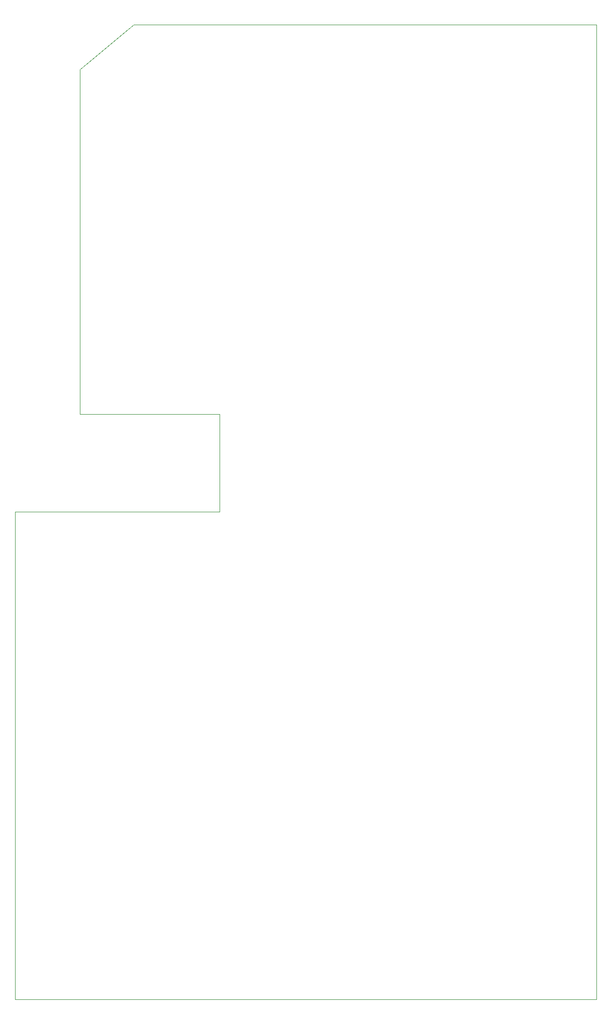
<source format=gbr>
%TF.GenerationSoftware,KiCad,Pcbnew,7.0.2*%
%TF.CreationDate,2024-01-15T01:52:41-05:00*%
%TF.ProjectId,ADSR Main Pcb,41445352-204d-4616-996e-205063622e6b,rev?*%
%TF.SameCoordinates,Original*%
%TF.FileFunction,Profile,NP*%
%FSLAX46Y46*%
G04 Gerber Fmt 4.6, Leading zero omitted, Abs format (unit mm)*
G04 Created by KiCad (PCBNEW 7.0.2) date 2024-01-15 01:52:41*
%MOMM*%
%LPD*%
G01*
G04 APERTURE LIST*
%TA.AperFunction,Profile*%
%ADD10C,0.100000*%
%TD*%
G04 APERTURE END LIST*
D10*
X144000000Y-189500000D02*
X46000000Y-189500000D01*
X46000000Y-107500000D01*
X80500000Y-107500000D01*
X80500000Y-91000000D01*
X57000000Y-91000000D01*
X57000000Y-33000000D01*
X66000000Y-25500000D01*
X144000000Y-25500000D01*
X144000000Y-189500000D01*
M02*

</source>
